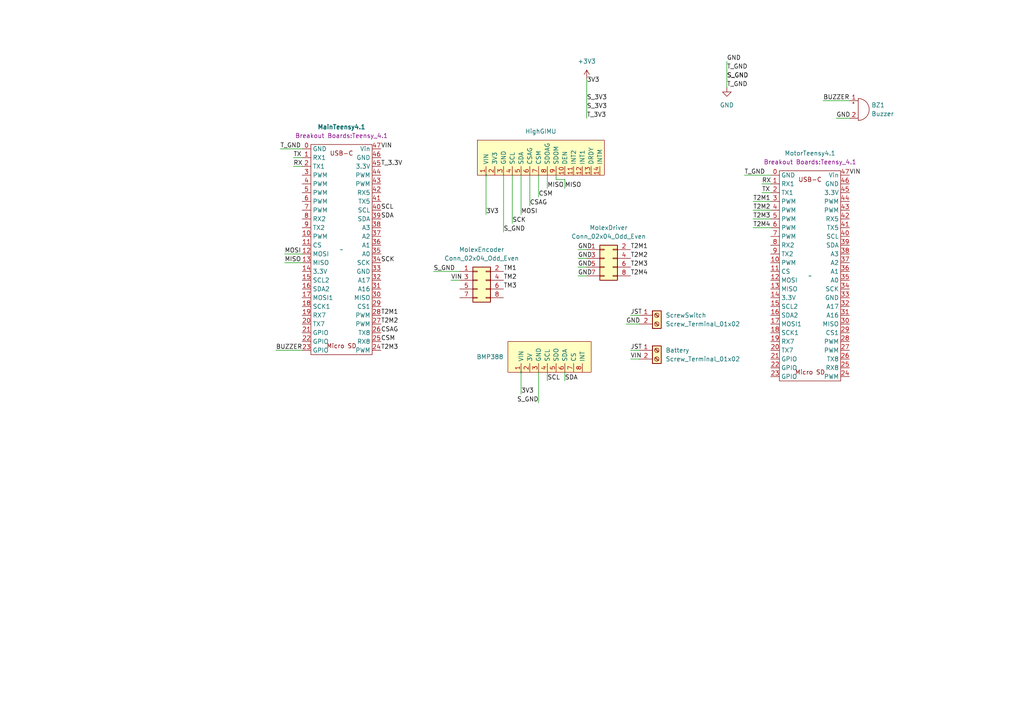
<source format=kicad_sch>
(kicad_sch (version 20230121) (generator eeschema)
  (paper "A4")
  (lib_symbols
    (symbol "Breakout Boards:BMP388"
      (property "Reference" "U" (at 3.81 5.08 0))
      (symbol "BMP388_0_0"
        (pin power_in line (at 0 0 0) (length 2.54) (name "VIN") (number "1"))
        (pin power_out line (at 0 -2.54 0) (length 2.54) (name "3V") (number "2"))
        (pin power_in line (at 0 -5.08 0) (length 2.54) (name "GND") (number "3"))
        (pin input line (at 0 -7.62 0) (length 2.54) (name "SCL") (number "4"))
        (pin input line (at 0 -10.16 0) (length 2.54) (name "SDO") (number "5"))
        (pin input line (at 0 -12.7 0) (length 2.54) (name "SDA") (number "6"))
        (pin input line (at 0 -15.24 0) (length 2.54) (name "CS") (number "7"))
        (pin output line (at 0 -17.78 0) (length 2.54) (name "INT") (number "8"))
      )
      (symbol "BMP388_1_1"
        (rectangle (start 0 3.81) (end 8.89 -20.32) (fill (type background)))
      )
    )
    (symbol "Breakout Boards:LSM9DS1"
      (property "Reference" "U" (at 0 0 0))
      (symbol "LSM9DS1_0_0"
        (pin power_in line (at 0 0 0) (length 2.54) (name "VIN") (number "1"))
        (pin unspecified line (at 0 -22.86 0) (length 2.54) (name "DEN") (number "10"))
        (pin unspecified line (at 0 -25.4 0) (length 2.54) (name "INT2") (number "11"))
        (pin unspecified line (at 0 -27.94 0) (length 2.54) (name "INT1") (number "12"))
        (pin unspecified line (at 0 -30.48 0) (length 2.54) (name "DRDY") (number "13"))
        (pin unspecified line (at 0 -33.02 0) (length 2.54) (name "INTM") (number "14"))
        (pin power_in line (at 0 -2.54 0) (length 2.54) (name "3V3") (number "2"))
        (pin power_in line (at 0 -5.08 0) (length 2.54) (name "GND") (number "3"))
        (pin input line (at 0 -7.62 0) (length 2.54) (name "SCL") (number "4"))
        (pin input line (at 0 -10.16 0) (length 2.54) (name "SDA") (number "5"))
        (pin bidirectional line (at 0 -12.7 0) (length 2.54) (name "CSAG") (number "6"))
        (pin bidirectional line (at 0 -15.24 0) (length 2.54) (name "CSM") (number "7"))
        (pin bidirectional line (at 0 -17.78 0) (length 2.54) (name "SDOAG") (number "8"))
        (pin bidirectional line (at 0 -20.32 0) (length 2.54) (name "SDOM") (number "9"))
      )
      (symbol "LSM9DS1_1_1"
        (rectangle (start 0 2.54) (end 10.16 -34.29) (fill (type background)))
      )
    )
    (symbol "Breakout Boards:Teensy_4.1"
      (property "Reference" "Teensy4.1" (at 0 0 90))
      (property "Footprint" "Breakout Boards:Teensy_4.1" (at 0 0 0))
      (symbol "Teensy_4.1_0_1"
        (rectangle (start -8.89 30.48) (end 8.89 -30.48))
      )
      (symbol "Teensy_4.1_1_1"
        (text "Micro SD" (at 0 -27.94 0) (effects (font (size 1.27 1.27))))
        (text "USB-C" (at 0 27.94 0) (effects (font (size 1.27 1.27))))
        (pin input line (at -11.43 29.21 0) (length 2.54) (name "GND") (number "0"))
        (pin input line (at -11.43 26.67 0) (length 2.54) (name "RX1") (number "1"))
        (pin input line (at -11.43 3.81 0) (length 2.54) (name "PWM") (number "10"))
        (pin input line (at -11.43 1.27 0) (length 2.54) (name "CS") (number "11"))
        (pin input line (at -11.43 -1.27 0) (length 2.54) (name "MOSI") (number "12"))
        (pin input line (at -11.43 -3.81 0) (length 2.54) (name "MISO") (number "13"))
        (pin input line (at -11.43 -6.35 0) (length 2.54) (name "3.3V") (number "14"))
        (pin input line (at -11.43 -8.89 0) (length 2.54) (name "SCL2") (number "15"))
        (pin input line (at -11.43 -11.43 0) (length 2.54) (name "SDA2") (number "16"))
        (pin input line (at -11.43 -13.97 0) (length 2.54) (name "MOSI1") (number "17"))
        (pin input line (at -11.43 -16.51 0) (length 2.54) (name "SCK1") (number "18"))
        (pin input line (at -11.43 -19.05 0) (length 2.54) (name "RX7") (number "19"))
        (pin input line (at -11.43 24.13 0) (length 2.54) (name "TX1") (number "2"))
        (pin input line (at -11.43 -21.59 0) (length 2.54) (name "TX7") (number "20"))
        (pin input line (at -11.43 -24.13 0) (length 2.54) (name "GPIO") (number "21"))
        (pin input line (at -11.43 -26.67 0) (length 2.54) (name "GPIO") (number "22"))
        (pin input line (at -11.43 -29.21 0) (length 2.54) (name "GPIO") (number "23"))
        (pin input line (at 11.43 -29.21 180) (length 2.54) (name "PWM") (number "24"))
        (pin input line (at 11.43 -26.67 180) (length 2.54) (name "RX8") (number "25"))
        (pin input line (at 11.43 -24.13 180) (length 2.54) (name "TX8") (number "26"))
        (pin input line (at 11.43 -21.59 180) (length 2.54) (name "PWM") (number "27"))
        (pin input line (at 11.43 -19.05 180) (length 2.54) (name "PWM") (number "28"))
        (pin input line (at 11.43 -16.51 180) (length 2.54) (name "CS1") (number "29"))
        (pin input line (at -11.43 21.59 0) (length 2.54) (name "PWM") (number "3"))
        (pin input line (at 11.43 -13.97 180) (length 2.54) (name "MISO") (number "30"))
        (pin input line (at 11.43 -11.43 180) (length 2.54) (name "A16") (number "31"))
        (pin input line (at 11.43 -8.89 180) (length 2.54) (name "A17") (number "32"))
        (pin input line (at 11.43 -6.35 180) (length 2.54) (name "GND") (number "33"))
        (pin input line (at 11.43 -3.81 180) (length 2.54) (name "SCK") (number "34"))
        (pin input line (at 11.43 -1.27 180) (length 2.54) (name "A0") (number "35"))
        (pin input line (at 11.43 1.27 180) (length 2.54) (name "A1") (number "36"))
        (pin input line (at 11.43 3.81 180) (length 2.54) (name "A2") (number "37"))
        (pin input line (at 11.43 6.35 180) (length 2.54) (name "A3") (number "38"))
        (pin input line (at 11.43 8.89 180) (length 2.54) (name "SDA") (number "39"))
        (pin input line (at -11.43 19.05 0) (length 2.54) (name "PWM") (number "4"))
        (pin input line (at 11.43 11.43 180) (length 2.54) (name "SCL") (number "40"))
        (pin input line (at 11.43 13.97 180) (length 2.54) (name "TX5") (number "41"))
        (pin input line (at 11.43 16.51 180) (length 2.54) (name "RX5") (number "42"))
        (pin input line (at 11.43 19.05 180) (length 2.54) (name "PWM") (number "43"))
        (pin input line (at 11.43 21.59 180) (length 2.54) (name "PWM") (number "44"))
        (pin input line (at 11.43 24.13 180) (length 2.54) (name "3.3V") (number "45"))
        (pin input line (at 11.43 26.67 180) (length 2.54) (name "GND") (number "46"))
        (pin input line (at 11.43 29.21 180) (length 2.54) (name "Vin") (number "47"))
        (pin input line (at -11.43 16.51 0) (length 2.54) (name "PWM") (number "5"))
        (pin input line (at -11.43 13.97 0) (length 2.54) (name "PWM") (number "6"))
        (pin input line (at -11.43 11.43 0) (length 2.54) (name "PWM") (number "7"))
        (pin input line (at -11.43 8.89 0) (length 2.54) (name "RX2") (number "8"))
        (pin input line (at -11.43 6.35 0) (length 2.54) (name "TX2") (number "9"))
      )
    )
    (symbol "Connector:Screw_Terminal_01x02" (pin_names (offset 1.016) hide)
      (property "Reference" "J" (at 0 2.54 0))
      (property "Value" "Screw_Terminal_01x02" (at 0 -5.08 0))
      (symbol "Screw_Terminal_01x02_1_1"
        (rectangle (start -1.27 1.27) (end 1.27 -3.81) (stroke (width 0.254)) (fill (type background)))
        (circle (center 0 -2.54) (radius 0.635) (stroke (width 0.1524)))
        (polyline (pts (xy -0.5334 -2.2098) (xy 0.3302 -3.048)) (stroke (width 0.1524)))
        (polyline (pts (xy -0.5334 0.3302) (xy 0.3302 -0.508)) (stroke (width 0.1524)))
        (polyline (pts (xy -0.3556 -2.032) (xy 0.508 -2.8702)) (stroke (width 0.1524)))
        (polyline (pts (xy -0.3556 0.508) (xy 0.508 -0.3302)) (stroke (width 0.1524)))
        (circle (center 0 0) (radius 0.635) (stroke (width 0.1524)))
        (pin passive line (at -5.08 0 0) (length 3.81) (name "Pin_1") (number "1"))
        (pin passive line (at -5.08 -2.54 0) (length 3.81) (name "Pin_2") (number "2"))
      )
    )
    (symbol "Connector_Generic:Conn_02x04_Odd_Even" (pin_names (offset 1.016) hide)
      (property "Reference" "J" (at 1.27 5.08 0))
      (property "Value" "Conn_02x04_Odd_Even" (at 1.27 -7.62 0))
      (symbol "Conn_02x04_Odd_Even_1_1"
        (rectangle (start -1.27 -4.953) (end 0 -5.207) (stroke (width 0.1524)))
        (rectangle (start -1.27 -2.413) (end 0 -2.667) (stroke (width 0.1524)))
        (rectangle (start -1.27 0.127) (end 0 -0.127) (stroke (width 0.1524)))
        (rectangle (start -1.27 2.667) (end 0 2.413) (stroke (width 0.1524)))
        (rectangle (start -1.27 3.81) (end 3.81 -6.35) (stroke (width 0.254)) (fill (type background)))
        (rectangle (start 3.81 -4.953) (end 2.54 -5.207) (stroke (width 0.1524)))
        (rectangle (start 3.81 -2.413) (end 2.54 -2.667) (stroke (width 0.1524)))
        (rectangle (start 3.81 0.127) (end 2.54 -0.127) (stroke (width 0.1524)))
        (rectangle (start 3.81 2.667) (end 2.54 2.413) (stroke (width 0.1524)))
        (pin passive line (at -5.08 2.54 0) (length 3.81) (name "Pin_1") (number "1"))
        (pin passive line (at 7.62 2.54 180) (length 3.81) (name "Pin_2") (number "2"))
        (pin passive line (at -5.08 0 0) (length 3.81) (name "Pin_3") (number "3"))
        (pin passive line (at 7.62 0 180) (length 3.81) (name "Pin_4") (number "4"))
        (pin passive line (at -5.08 -2.54 0) (length 3.81) (name "Pin_5") (number "5"))
        (pin passive line (at 7.62 -2.54 180) (length 3.81) (name "Pin_6") (number "6"))
        (pin passive line (at -5.08 -5.08 0) (length 3.81) (name "Pin_7") (number "7"))
        (pin passive line (at 7.62 -5.08 180) (length 3.81) (name "Pin_8") (number "8"))
      )
    )
    (symbol "Device:Buzzer" (pin_names (offset 0.0254) hide)
      (property "Reference" "BZ" (at 3.81 1.27 0))
      (property "Value" "Buzzer" (at 3.81 -1.27 0))
      (symbol "Buzzer_0_1"
        (arc (start 0 -3.175) (mid 3.1612 0) (end 0 3.175))
        (polyline (pts (xy -1.651 1.905) (xy -1.143 1.905)))
        (polyline (pts (xy -1.397 2.159) (xy -1.397 1.651)))
        (polyline (pts (xy 0 3.175) (xy 0 -3.175)))
      )
      (symbol "Buzzer_1_1"
        (pin passive line (at -2.54 2.54 0) (length 2.54) (name "-") (number "1"))
        (pin passive line (at -2.54 -2.54 0) (length 2.54) (name "+") (number "2"))
      )
    )
    (symbol "power:+3V3" (power) (pin_names (offset 0))
      (property "Value" "+3V3" (at 0 3.556 0))
      (symbol "+3V3_0_1"
        (polyline (pts (xy -0.762 1.27) (xy 0 2.54)))
        (polyline (pts (xy 0 0) (xy 0 2.54)))
        (polyline (pts (xy 0 2.54) (xy 0.762 1.27)))
      )
      (symbol "+3V3_1_1"
        (pin power_in line (at 0 0 90) (length 0) hide (name "+3V3") (number "1"))
      )
    )
    (symbol "power:GND" (power) (pin_names (offset 0))
      (property "Value" "GND" (at 0 -3.81 0))
      (symbol "GND_0_1"
        (polyline (pts (xy 0 0) (xy 0 -1.27) (xy 1.27 -1.27) (xy 0 -2.54) (xy -1.27 -1.27) (xy 0 -1.27)))
      )
      (symbol "GND_1_1"
        (pin power_in line (at 0 0 270) (length 0) hide (name "GND") (number "1"))
      )
    )
  )
  (wire (pts (xy 80.01 101.6) (xy 87.63 101.6)))
  (wire (pts (xy 218.44 66.04) (xy 223.52 66.04)))
  (wire (pts (xy 167.64 77.47) (xy 170.18 77.47)))
  (wire (pts (xy 161.29 52.07) (xy 161.29 50.8)))
  (wire (pts (xy 163.83 52.07) (xy 161.29 52.07)))
  (wire (pts (xy 167.64 74.93) (xy 170.18 74.93)))
  (wire (pts (xy 238.76 29.21) (xy 246.38 29.21)))
  (wire (pts (xy 163.83 110.49) (xy 163.83 107.95)))
  (wire (pts (xy 210.82 17.78) (xy 210.82 25.4)))
  (wire (pts (xy 133.35 78.74) (xy 125.73 78.74)))
  (wire (pts (xy 223.52 50.8) (xy 215.9 50.8)))
  (wire (pts (xy 156.21 107.95) (xy 156.21 116.84)))
  (wire (pts (xy 218.44 60.96) (xy 223.52 60.96)))
  (wire (pts (xy 140.97 62.23) (xy 140.97 50.8)))
  (wire (pts (xy 156.21 57.15) (xy 156.21 50.8)))
  (wire (pts (xy 85.09 45.72) (xy 87.63 45.72)))
  (wire (pts (xy 146.05 50.8) (xy 146.05 67.31)))
  (wire (pts (xy 87.63 43.18) (xy 81.28 43.18)))
  (wire (pts (xy 163.83 54.61) (xy 163.83 52.07)))
  (wire (pts (xy 218.44 63.5) (xy 223.52 63.5)))
  (wire (pts (xy 158.75 54.61) (xy 158.75 50.8)))
  (wire (pts (xy 167.64 72.39) (xy 170.18 72.39)))
  (wire (pts (xy 182.88 91.44) (xy 185.42 91.44)))
  (wire (pts (xy 151.13 62.23) (xy 151.13 50.8)))
  (wire (pts (xy 158.75 110.49) (xy 158.75 107.95)))
  (wire (pts (xy 151.13 114.3) (xy 151.13 107.95)))
  (wire (pts (xy 167.64 80.01) (xy 170.18 80.01)))
  (wire (pts (xy 182.88 104.14) (xy 185.42 104.14)))
  (wire (pts (xy 148.59 64.77) (xy 148.59 50.8)))
  (wire (pts (xy 82.55 76.2) (xy 87.63 76.2)))
  (wire (pts (xy 220.98 55.88) (xy 223.52 55.88)))
  (wire (pts (xy 170.18 22.86) (xy 170.18 34.29)))
  (wire (pts (xy 220.98 53.34) (xy 223.52 53.34)))
  (wire (pts (xy 130.81 81.28) (xy 133.35 81.28)))
  (wire (pts (xy 182.88 101.6) (xy 185.42 101.6)))
  (wire (pts (xy 242.57 34.29) (xy 246.38 34.29)))
  (wire (pts (xy 218.44 58.42) (xy 223.52 58.42)))
  (wire (pts (xy 153.67 59.69) (xy 153.67 50.8)))
  (wire (pts (xy 82.55 73.66) (xy 87.63 73.66)))
  (wire (pts (xy 85.09 48.26) (xy 87.63 48.26)))
  (wire (pts (xy 181.61 93.98) (xy 185.42 93.98)))
  (label "T_3.3V" (at 110.49 48.26 0))
  (label "CSM" (at 156.21 57.15 0))
  (label "MISO" (at 82.55 76.2 0))
  (label "GND" (at 167.64 77.47 0))
  (label "S_GND" (at 125.73 78.74 0))
  (label "RX" (at 220.98 53.34 0))
  (label "TX" (at 220.98 55.88 0))
  (label "SCK" (at 148.59 64.77 0))
  (label "T2M4" (at 182.88 80.01 0))
  (label "CSM" (at 110.49 99.06 0))
  (label "S_GND" (at 156.21 116.84 180))
  (label "CSAG" (at 110.49 96.52 0))
  (label "MOSI" (at 151.13 62.23 0))
  (label "JST" (at 182.88 91.44 0))
  (label "GND" (at 210.82 17.78 0))
  (label "S_3V3" (at 170.18 29.21 0))
  (label "T_GND" (at 210.82 20.32 0))
  (label "GND" (at 167.64 72.39 0))
  (label "GND" (at 242.57 34.29 0))
  (label "S_GND" (at 146.05 67.31 0))
  (label "MISO" (at 158.75 54.61 0))
  (label "SCK" (at 110.49 76.2 0))
  (label "VIN" (at 110.49 43.18 0))
  (label "SDA" (at 110.49 63.5 0))
  (label "T2M2" (at 218.44 60.96 0))
  (label "T_GND" (at 81.28 43.18 0))
  (label "3V3" (at 140.97 62.23 0))
  (label "SDA" (at 163.83 110.49 0))
  (label "S_GND" (at 210.82 22.86 0))
  (label "TM3" (at 146.05 83.82 0))
  (label "MISO" (at 163.83 54.61 0))
  (label "GND" (at 167.64 74.93 0))
  (label "GND" (at 167.64 80.01 0))
  (label "GND" (at 181.61 93.98 0))
  (label "S_3V3" (at 170.18 31.75 0))
  (label "T2M2" (at 110.49 93.98 0))
  (label "3V3" (at 151.13 114.3 0))
  (label "T2M1" (at 110.49 91.44 0))
  (label "JST" (at 182.88 101.6 0))
  (label "T2M4" (at 218.44 66.04 0))
  (label "T_GND" (at 210.82 25.4 0))
  (label "T2M3" (at 110.49 101.6 0))
  (label "MOSI" (at 82.55 73.66 0))
  (label "CSAG" (at 153.67 59.69 0))
  (label "VIN" (at 130.81 81.28 0))
  (label "T2M3" (at 182.88 77.47 0))
  (label "SCL" (at 110.49 60.96 0))
  (label "RX" (at 85.09 48.26 0))
  (label "TM2" (at 146.05 81.28 0))
  (label "3V3" (at 170.18 24.13 0))
  (label "T2M1" (at 182.88 72.39 0))
  (label "TM1" (at 146.05 78.74 0))
  (label "VIN" (at 182.88 104.14 0))
  (label "T2M3" (at 218.44 63.5 0))
  (label "T2M1" (at 218.44 58.42 0))
  (label "VIN" (at 246.38 50.8 0))
  (label "T_GND" (at 215.9 50.8 0))
  (label "BUZZER" (at 80.01 101.6 0))
  (label "TX" (at 85.09 45.72 0))
  (label "SCL" (at 158.75 110.49 0))
  (label "BUZZER" (at 238.76 29.21 0))
  (label "T_3V3" (at 170.18 34.29 0))
  (label "S_GND" (at 210.82 22.86 0))
  (label "T2M2" (at 182.88 74.93 0))
  (symbol (lib_id "Breakout Boards:LSM9DS1") (at 140.97 50.8 90) (unit 1)
    (property "Reference" "HighGIMU" (at 156.845 38.1 90))
    (property "Value" "~" (at 140.97 50.8 0))
    (property "Footprint" "Breakout Boards:LSM9DS1" (effects hide))
  )
  (symbol (lib_id "Device:Buzzer") (at 248.92 31.75 0) (unit 1)
    (property "Reference" "BZ1" (at 252.73 30.48 0) (effects (justify left)))
    (property "Value" "Buzzer" (at 252.73 33.02 0) (effects (justify left)))
    (property "Footprint" "Buzzer_Beeper:Buzzer_12x9.5RM7.6" (effects hide))
  )
  (symbol (lib_id "Connector_Generic:Conn_02x04_Odd_Even") (at 138.43 81.28 0) (unit 1)
    (property "Reference" "MolexEncoder" (at 139.7 72.39 0))
    (property "Value" "Conn_02x04_Odd_Even" (at 139.7 74.93 0))
    (property "Footprint" "Connector_PinHeader_2.54mm:PinHeader_2x04_P2.54mm_Vertical" (effects hide))
  )
  (symbol (lib_id "Connector:Screw_Terminal_01x02") (at 190.5 91.44 0) (unit 1)
    (property "Reference" "ScrewSwitch" (at 193.04 91.44 0) (effects (justify left)))
    (property "Value" "Screw_Terminal_01x02" (at 193.04 93.98 0) (effects (justify left)))
    (property "Footprint" "Connector_PinHeader_2.54mm:PinHeader_1x02_P2.54mm_Vertical" (effects hide))
  )
  (symbol (lib_id "power:GND") (at 210.82 25.4 0) (unit 1)
    (property "Reference" "#PWR02" (effects hide))
    (property "Value" "GND" (at 210.82 30.48 0))
  )
  (symbol (lib_id "Breakout Boards:BMP388") (at 151.13 107.95 90) (unit 1)
    (property "Reference" "BMP388" (at 146.05 103.505 90) (effects (justify left)))
    (property "Value" "~" (at 151.13 107.95 0))
    (property "Footprint" "Breakout Boards:BMP388" (effects hide))
  )
  (symbol (lib_id "power:+3V3") (at 170.18 22.86 0) (unit 1)
    (property "Reference" "#PWR01" (effects hide))
    (property "Value" "+3V3" (at 170.18 17.78 0))
  )
  (symbol (lib_id "Connector_Generic:Conn_02x04_Odd_Even") (at 175.26 74.93 0) (unit 1)
    (property "Reference" "MolexDriver" (at 176.53 66.04 0))
    (property "Value" "Conn_02x04_Odd_Even" (at 176.53 68.58 0))
    (property "Footprint" "Connector_PinHeader_2.54mm:PinHeader_2x04_P2.54mm_Vertical" (effects hide))
  )
  (symbol (lib_id "Breakout Boards:Teensy_4.1") (at 234.95 80.01 0) (unit 1)
    (property "Reference" "MotorTeensy4.1" (at 234.95 44.45 0))
    (property "Value" "~" (at 234.95 80.01 0))
    (property "Footprint" "Breakout Boards:Teensy_4.1" (at 234.95 46.99 0))
  )
  (symbol (lib_id "Connector:Screw_Terminal_01x02") (at 190.5 101.6 0) (unit 1)
    (property "Reference" "Battery" (at 193.04 101.6 0) (effects (justify left)))
    (property "Value" "Screw_Terminal_01x02" (at 193.04 104.14 0) (effects (justify left)))
    (property "Footprint" "Connector_PinHeader_2.54mm:PinHeader_1x02_P2.54mm_Vertical" (effects hide))
  )
  (symbol (lib_id "Breakout Boards:Teensy_4.1") (at 99.06 72.39 0) (unit 1)
    (property "Reference" "MainTeensy4.1" (at 99.06 36.83 0) (effects (font bold)))
    (property "Value" "~" (at 99.06 72.39 0))
    (property "Footprint" "Breakout Boards:Teensy_4.1" (at 99.06 39.37 0))
  )
)
</source>
